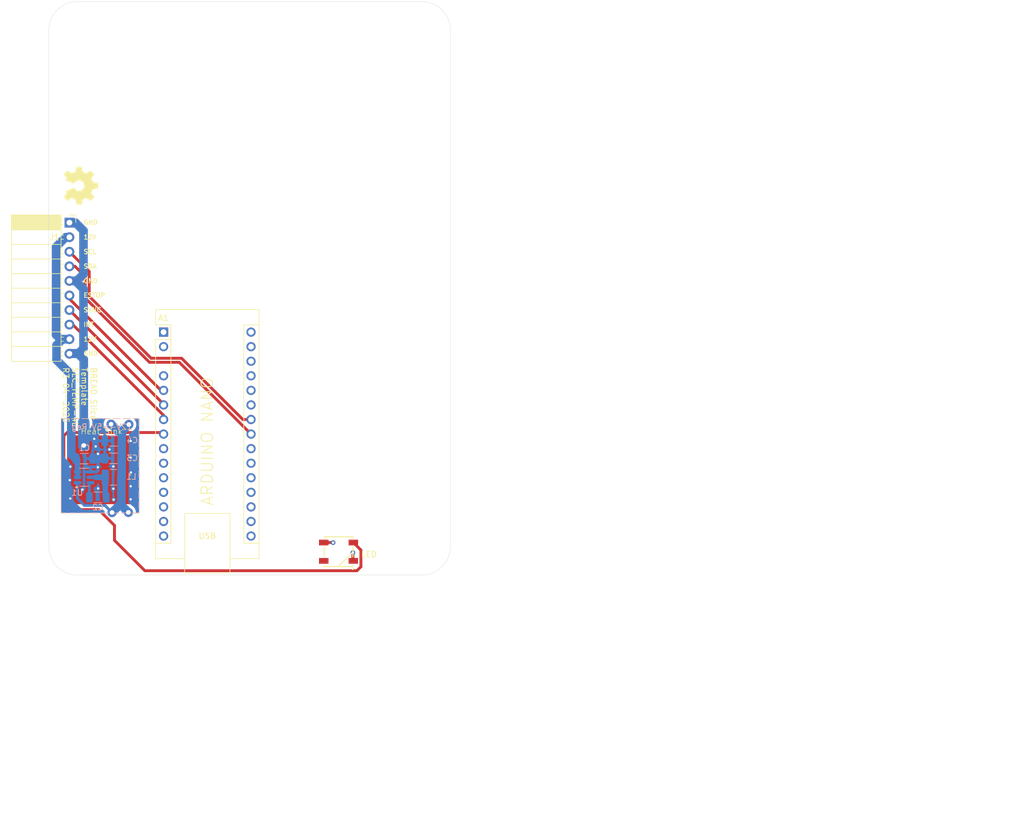
<source format=kicad_pcb>
(kicad_pcb (version 20241229) (generator "pcbnew") (generator_version "9.0")
  (layers (0 "F.Cu" signal) (4 "In1.Cu" signal) (6 "In2.Cu" signal) (2 "B.Cu" signal) (13 "F.Paste" user) (15 "B.Paste" user) (5 "F.SilkS" user "F.Silkscreen") (7 "B.SilkS" user "B.Silkscreen") (1 "F.Mask" user) (3 "B.Mask" user) (25 "Edge.Cuts" user))
  (net 0 "")
  (net 4 "/LED")
  (net 5 "/I2C_CLK")
  (net 6 "GND")
  (net 7 "/I2C_DAT")
  (net 9 "/SYNC")
  (net 16 "+12V")
  (net 17 "/INT")
  (net 19 "/ESTOP")
  (net 24 "+5V")
  (net 26 "Net-(U1-SW)")
  (net 27 "Net-(U1-BST)")
  (net 28 "unconnected-(A1-VIN-Pad30)")
  (net 33 "GNDPWR")
  (footprint "MountingHole:MountingHole_5mm" (layer "F.Cu") (at 101.475 38.55)
    (property "Reference" "H1" (hide yes))
    (property "Value" "MountingHole")
    (pad "" np_thru_hole circle (at 0 0) (size 5 5) (drill 5) (layers "*.Cu" "*.Mask"))
  )
  (footprint "MountingHole:MountingHole_5mm" (layer "F.Cu") (at 161.475 38.55)
    (property "Reference" "H3" (hide yes))
    (property "Value" "MountingHole")
    (pad "" np_thru_hole circle (at 0 0) (size 5 5) (drill 5) (layers "*.Cu" "*.Mask"))
  )
  (footprint "MountingHole:MountingHole_5mm" (layer "F.Cu") (at 101.475 128.55)
    (property "Reference" "H2" (hide yes))
    (property "Value" "MountingHole")
    (pad "" np_thru_hole circle (at 0 0) (size 5 5) (drill 5) (layers "*.Cu" "*.Mask"))
  )
  (footprint "MountingHole:MountingHole_5mm" (layer "F.Cu") (at 161.475 128.55)
    (property "Reference" "H4" (hide yes))
    (property "Value" "MountingHole")
    (pad "" np_thru_hole circle (at 0 0) (size 5 5) (drill 5) (layers "*.Cu" "*.Mask"))
  )
  (footprint "Module:Arduino_Nano" (layer "F.Cu") (at 116.485 91.19)
    (property "Reference" "A1" (at -0.035 -2.465 0) (layer "F.SilkS"))
    (property "Value" "Arduino_Nano_v3.x")
    (fp_line (start -1.4 -3.94) (end -1.4 -1.27) (stroke (width 0.12)) (layer "F.SilkS"))
    (fp_line (start -1.4 1.27) (end -1.4 39.5) (stroke (width 0.12)) (layer "F.SilkS"))
    (fp_line (start -1.4 39.5) (end 3.68 39.5) (stroke (width 0.12)) (layer "F.SilkS"))
    (fp_line (start 1.27 -1.27) (end -1.4 -1.27) (stroke (width 0.12)) (layer "F.SilkS"))
    (fp_line (start 1.27 1.27) (end -1.4 1.27) (stroke (width 0.12)) (layer "F.SilkS"))
    (fp_line (start 1.27 1.27) (end 1.27 -1.27) (stroke (width 0.12)) (layer "F.SilkS"))
    (fp_line (start 1.27 1.27) (end 1.27 36.83) (stroke (width 0.12)) (layer "F.SilkS"))
    (fp_line (start 1.27 36.83) (end -1.4 36.83) (stroke (width 0.12)) (layer "F.SilkS"))
    (fp_line (start 3.68 31.62) (end 11.56 31.62) (stroke (width 0.12)) (layer "F.SilkS"))
    (fp_line (start 3.68 42.04) (end 3.68 31.62) (stroke (width 0.12)) (layer "F.SilkS"))
    (fp_line (start 11.56 31.62) (end 11.56 42.04) (stroke (width 0.12)) (layer "F.SilkS"))
    (fp_line (start 11.56 42.04) (end 3.68 42.04) (stroke (width 0.12)) (layer "F.SilkS"))
    (fp_line (start 13.97 -1.27) (end 13.97 36.83) (stroke (width 0.12)) (layer "F.SilkS"))
    (fp_line (start 13.97 -1.27) (end 16.64 -1.27) (stroke (width 0.12)) (layer "F.SilkS"))
    (fp_line (start 13.97 36.83) (end 16.64 36.83) (stroke (width 0.12)) (layer "F.SilkS"))
    (fp_line (start 16.64 -3.94) (end -1.4 -3.94) (stroke (width 0.12)) (layer "F.SilkS"))
    (fp_line (start 16.64 39.5) (end 11.56 39.5) (stroke (width 0.12)) (layer "F.SilkS"))
    (fp_line (start 16.64 39.5) (end 16.64 -3.94) (stroke (width 0.12)) (layer "F.SilkS"))
    (fp_text user "USB" (at 7.62 35.56 0) (layer "F.SilkS"))
    (pad "1" thru_hole rect (at 0 0) (size 1.6 1.6) (drill 1) (layers "*.Cu" "*.Mask"))
    (pad "2" thru_hole oval (at 0 2.54) (size 1.6 1.6) (drill 1) (layers "*.Cu" "*.Mask"))
    (pad "4" thru_hole oval (at 0 7.62) (size 1.6 1.6) (drill 1) (layers "*.Cu" "*.Mask") (net 6 "GND"))
    (pad "5" thru_hole oval (at 0 10.16) (size 1.6 1.6) (drill 1) (layers "*.Cu" "*.Mask") (net 19 "/ESTOP"))
    (pad "6" thru_hole oval (at 0 12.7) (size 1.6 1.6) (drill 1) (layers "*.Cu" "*.Mask") (net 17 "/INT"))
    (pad "7" thru_hole oval (at 0 15.24) (size 1.6 1.6) (drill 1) (layers "*.Cu" "*.Mask") (net 9 "/SYNC"))
    (pad "8" thru_hole oval (at 0 17.78) (size 1.6 1.6) (drill 1) (layers "*.Cu" "*.Mask") (net 4 "/LED"))
    (pad "9" thru_hole oval (at 0 20.32) (size 1.6 1.6) (drill 1) (layers "*.Cu" "*.Mask"))
    (pad "10" thru_hole oval (at 0 22.86) (size 1.6 1.6) (drill 1) (layers "*.Cu" "*.Mask"))
    (pad "11" thru_hole oval (at 0 25.4) (size 1.6 1.6) (drill 1) (layers "*.Cu" "*.Mask"))
    (pad "12" thru_hole oval (at 0 27.94) (size 1.6 1.6) (drill 1) (layers "*.Cu" "*.Mask"))
    (pad "13" thru_hole oval (at 0 30.48) (size 1.6 1.6) (drill 1) (layers "*.Cu" "*.Mask"))
    (pad "14" thru_hole oval (at 0 33.02) (size 1.6 1.6) (drill 1) (layers "*.Cu" "*.Mask"))
    (pad "15" thru_hole oval (at 0 35.56) (size 1.6 1.6) (drill 1) (layers "*.Cu" "*.Mask"))
    (pad "16" thru_hole oval (at 15.24 35.56) (size 1.6 1.6) (drill 1) (layers "*.Cu" "*.Mask"))
    (pad "17" thru_hole oval (at 15.24 33.02) (size 1.6 1.6) (drill 1) (layers "*.Cu" "*.Mask"))
    (pad "18" thru_hole oval (at 15.24 30.48) (size 1.6 1.6) (drill 1) (layers "*.Cu" "*.Mask"))
    (pad "19" thru_hole oval (at 15.24 27.94) (size 1.6 1.6) (drill 1) (layers "*.Cu" "*.Mask"))
    (pad "20" thru_hole oval (at 15.24 25.4) (size 1.6 1.6) (drill 1) (layers "*.Cu" "*.Mask"))
    (pad "21" thru_hole oval (at 15.24 22.86) (size 1.6 1.6) (drill 1) (layers "*.Cu" "*.Mask"))
    (pad "22" thru_hole oval (at 15.24 20.32) (size 1.6 1.6) (drill 1) (layers "*.Cu" "*.Mask"))
    (pad "23" thru_hole oval (at 15.24 17.78) (size 1.6 1.6) (drill 1) (layers "*.Cu" "*.Mask") (net 7 "/I2C_DAT"))
    (pad "24" thru_hole oval (at 15.24 15.24) (size 1.6 1.6) (drill 1) (layers "*.Cu" "*.Mask") (net 5 "/I2C_CLK"))
    (pad "25" thru_hole oval (at 15.24 12.7) (size 1.6 1.6) (drill 1) (layers "*.Cu" "*.Mask"))
    (pad "26" thru_hole oval (at 15.24 10.16) (size 1.6 1.6) (drill 1) (layers "*.Cu" "*.Mask"))
    (pad "27" thru_hole oval (at 15.24 7.62) (size 1.6 1.6) (drill 1) (layers "*.Cu" "*.Mask") (net 24 "+5V"))
    (pad "28" thru_hole oval (at 15.24 5.08) (size 1.6 1.6) (drill 1) (layers "*.Cu" "*.Mask"))
    (pad "29" thru_hole oval (at 15.24 2.54) (size 1.6 1.6) (drill 1) (layers "*.Cu" "*.Mask") (net 6 "GND"))
    (pad "30" thru_hole oval (at 15.24 0) (size 1.6 1.6) (drill 1) (layers "*.Cu" "*.Mask") (net 28 "unconnected-(A1-VIN-Pad30)"))
  )
  (footprint "Connector_PinSocket_2.54mm:PinSocket_1x10_P2.54mm_Horizontal" (layer "F.Cu") (at 100.075 72.1)
    (property "Reference" "J1" (at -2.6 2.55 0) (layer "F.SilkS"))
    (property "Value" "Conn_01x10_Female")
    (fp_line (start -10.09 -1.33) (end -10.09 24.19) (stroke (width 0.12)) (layer "F.SilkS"))
    (fp_line (start -10.09 -1.33) (end -1.46 -1.33) (stroke (width 0.12)) (layer "F.SilkS"))
    (fp_line (start -10.09 -1.21) (end -1.46 -1.21) (stroke (width 0.12)) (layer "F.SilkS"))
    (fp_line (start -10.09 -1.091905) (end -1.46 -1.091905) (stroke (width 0.12)) (layer "F.SilkS"))
    (fp_line (start -10.09 -0.97381) (end -1.46 -0.97381) (stroke (width 0.12)) (layer "F.SilkS"))
    (fp_line (start -10.09 -0.855715) (end -1.46 -0.855715) (stroke (width 0.12)) (layer "F.SilkS"))
    (fp_line (start -10.09 -0.73762) (end -1.46 -0.73762) (stroke (width 0.12)) (layer "F.SilkS"))
    (fp_line (start -10.09 -0.619525) (end -1.46 -0.619525) (stroke (width 0.12)) (layer "F.SilkS"))
    (fp_line (start -10.09 -0.50143) (end -1.46 -0.50143) (stroke (width 0.12)) (layer "F.SilkS"))
    (fp_line (start -10.09 -0.383335) (end -1.46 -0.383335) (stroke (width 0.12)) (layer "F.SilkS"))
    (fp_line (start -10.09 -0.26524) (end -1.46 -0.26524) (stroke (width 0.12)) (layer "F.SilkS"))
    (fp_line (start -10.09 -0.147145) (end -1.46 -0.147145) (stroke (width 0.12)) (layer "F.SilkS"))
    (fp_line (start -10.09 -0.02905) (end -1.46 -0.02905) (stroke (width 0.12)) (layer "F.SilkS"))
    (fp_line (start -10.09 0.089045) (end -1.46 0.089045) (stroke (width 0.12)) (layer "F.SilkS"))
    (fp_line (start -10.09 0.20714) (end -1.46 0.20714) (stroke (width 0.12)) (layer "F.SilkS"))
    (fp_line (start -10.09 0.325235) (end -1.46 0.325235) (stroke (width 0.12)) (layer "F.SilkS"))
    (fp_line (start -10.09 0.44333) (end -1.46 0.44333) (stroke (width 0.12)) (layer "F.SilkS"))
    (fp_line (start -10.09 0.561425) (end -1.46 0.561425) (stroke (width 0.12)) (layer "F.SilkS"))
    (fp_line (start -10.09 0.67952) (end -1.46 0.67952) (stroke (width 0.12)) (layer "F.SilkS"))
    (fp_line (start -10.09 0.797615) (end -1.46 0.797615) (stroke (width 0.12)) (layer "F.SilkS"))
    (fp_line (start -10.09 0.91571) (end -1.46 0.91571) (stroke (width 0.12)) (layer "F.SilkS"))
    (fp_line (start -10.09 1.033805) (end -1.46 1.033805) (stroke (width 0.12)) (layer "F.SilkS"))
    (fp_line (start -10.09 1.1519) (end -1.46 1.1519) (stroke (width 0.12)) (layer "F.SilkS"))
    (fp_line (start -10.09 1.27) (end -1.46 1.27) (stroke (width 0.12)) (layer "F.SilkS"))
    (fp_line (start -10.09 3.81) (end -1.46 3.81) (stroke (width 0.12)) (layer "F.SilkS"))
    (fp_line (start -10.09 6.35) (end -1.46 6.35) (stroke (width 0.12)) (layer "F.SilkS"))
    (fp_line (start -10.09 8.89) (end -1.46 8.89) (stroke (width 0.12)) (layer "F.SilkS"))
    (fp_line (start -10.09 11.43) (end -1.46 11.43) (stroke (width 0.12)) (layer "F.SilkS"))
    (fp_line (start -10.09 13.97) (end -1.46 13.97) (stroke (width 0.12)) (layer "F.SilkS"))
    (fp_line (start -10.09 16.51) (end -1.46 16.51) (stroke (width 0.12)) (layer "F.SilkS"))
    (fp_line (start -10.09 19.05) (end -1.46 19.05) (stroke (width 0.12)) (layer "F.SilkS"))
    (fp_line (start -10.09 21.59) (end -1.46 21.59) (stroke (width 0.12)) (layer "F.SilkS"))
    (fp_line (start -10.09 24.19) (end -1.46 24.19) (stroke (width 0.12)) (layer "F.SilkS"))
    (fp_line (start -1.46 -1.33) (end -1.46 24.19) (stroke (width 0.12)) (layer "F.SilkS"))
    (fp_line (start -1.46 -0.36) (end -1.11 -0.36) (stroke (width 0.12)) (layer "F.SilkS"))
    (fp_line (start -1.46 0.36) (end -1.11 0.36) (stroke (width 0.12)) (layer "F.SilkS"))
    (fp_line (start -1.46 2.18) (end -1.05 2.18) (stroke (width 0.12)) (layer "F.SilkS"))
    (fp_line (start -1.46 2.9) (end -1.05 2.9) (stroke (width 0.12)) (layer "F.SilkS"))
    (fp_line (start -1.46 4.72) (end -1.05 4.72) (stroke (width 0.12)) (layer "F.SilkS"))
    (fp_line (start -1.46 5.44) (end -1.05 5.44) (stroke (width 0.12)) (layer "F.SilkS"))
    (fp_line (start -1.46 7.26) (end -1.05 7.26) (stroke (width 0.12)) (layer "F.SilkS"))
    (fp_line (start -1.46 7.98) (end -1.05 7.98) (stroke (width 0.12)) (layer "F.SilkS"))
    (fp_line (start -1.46 9.8) (end -1.05 9.8) (stroke (width 0.12)) (layer "F.SilkS"))
    (fp_line (start -1.46 10.52) (end -1.05 10.52) (stroke (width 0.12)) (layer "F.SilkS"))
    (fp_line (start -1.46 12.34) (end -1.05 12.34) (stroke (width 0.12)) (layer "F.SilkS"))
    (fp_line (start -1.46 13.06) (end -1.05 13.06) (stroke (width 0.12)) (layer "F.SilkS"))
    (fp_line (start -1.46 14.88) (end -1.05 14.88) (stroke (width 0.12)) (layer "F.SilkS"))
    (fp_line (start -1.46 15.6) (end -1.05 15.6) (stroke (width 0.12)) (layer "F.SilkS"))
    (fp_line (start -1.46 17.42) (end -1.05 17.42) (stroke (width 0.12)) (layer "F.SilkS"))
    (fp_line (start -1.46 18.14) (end -1.05 18.14) (stroke (width 0.12)) (layer "F.SilkS"))
    (fp_line (start -1.46 19.96) (end -1.05 19.96) (stroke (width 0.12)) (layer "F.SilkS"))
    (fp_line (start -1.46 20.68) (end -1.05 20.68) (stroke (width 0.12)) (layer "F.SilkS"))
    (fp_line (start -1.46 22.5) (end -1.05 22.5) (stroke (width 0.12)) (layer "F.SilkS"))
    (fp_line (start -1.46 23.22) (end -1.05 23.22) (stroke (width 0.12)) (layer "F.SilkS"))
    (fp_line (start 0 -1.33) (end 1.11 -1.33) (stroke (width 0.12)) (layer "F.SilkS"))
    (fp_line (start 1.11 -1.33) (end 1.11 0) (stroke (width 0.12)) (layer "F.SilkS"))
    (pad "1" thru_hole rect (at 0 0) (size 1.7 1.7) (drill 1) (layers "*.Cu" "*.Mask") (net 33 "GNDPWR"))
    (pad "2" thru_hole oval (at 0 2.54) (size 1.7 1.7) (drill 1) (layers "*.Cu" "*.Mask") (net 16 "+12V"))
    (pad "3" thru_hole oval (at 0 5.08) (size 1.7 1.7) (drill 1) (layers "*.Cu" "*.Mask") (net 5 "/I2C_CLK"))
    (pad "4" thru_hole oval (at 0 7.62) (size 1.7 1.7) (drill 1) (layers "*.Cu" "*.Mask") (net 7 "/I2C_DAT"))
    (pad "5" thru_hole oval (at 0 10.16) (size 1.7 1.7) (drill 1) (layers "*.Cu" "*.Mask") (net 33 "GNDPWR"))
    (pad "6" thru_hole oval (at 0 12.7) (size 1.7 1.7) (drill 1) (layers "*.Cu" "*.Mask") (net 19 "/ESTOP"))
    (pad "7" thru_hole oval (at 0 15.24) (size 1.7 1.7) (drill 1) (layers "*.Cu" "*.Mask") (net 17 "/INT"))
    (pad "8" thru_hole oval (at 0 17.78) (size 1.7 1.7) (drill 1) (layers "*.Cu" "*.Mask") (net 9 "/SYNC"))
    (pad "9" thru_hole oval (at 0 20.32) (size 1.7 1.7) (drill 1) (layers "*.Cu" "*.Mask") (net 16 "+12V"))
    (pad "10" thru_hole oval (at 0 22.86) (size 1.7 1.7) (drill 1) (layers "*.Cu" "*.Mask") (net 33 "GNDPWR"))
  )
  (footprint "Symbol:OSHW-Symbol_6.7x6mm_SilkScreen" (layer "F.Cu") (at 102.075 65.65 -90)
    (property "Reference" "Logo1" (hide yes))
    (property "Value" "Logo_Open_Hardware_Small" (hide yes))
    (fp_poly (pts (xy 0.555814 -2.531069) (xy 0.639635 -2.086445) (xy 0.94892 -1.958947) (xy 1.258206 -1.831449) (xy 1.629246 -2.083754) (xy 1.733157 -2.154004) (xy 1.827087 -2.216728) (xy 1.906652 -2.269062) (xy 1.96747 -2.308143) (xy 2.005157 -2.331107) (xy 2.015421 -2.336058) (xy 2.03391 -2.323324) (xy 2.07342 -2.288118) (xy 2.129522 -2.234938) (xy 2.197787 -2.168282) (xy 2.273786 -2.092646) (xy 2.353092 -2.012528) (xy 2.431275 -1.932426) (xy 2.503907 -1.856836) (xy 2.566559 -1.790255) (xy 2.614803 -1.737182) (xy 2.64421 -1.702113) (xy 2.651241 -1.690377) (xy 2.641123 -1.66874) (xy 2.612759 -1.621338) (xy 2.569129 -1.552807) (xy 2.513218 -1.467785) (xy 2.448006 -1.370907) (xy 2.410219 -1.31565) (xy 2.341343 -1.214752) (xy 2.28014 -1.123701) (xy 2.229578 -1.04703) (xy 2.192628 -0.989272) (xy 2.172258 -0.954957) (xy 2.169197 -0.947746) (xy 2.176136 -0.927252) (xy 2.195051 -0.879487) (xy 2.223087 -0.811168) (xy 2.257391 -0.729011) (xy 2.295109 -0.63973) (xy 2.333387 -0.550042) (xy 2.36937 -0.466662) (xy 2.400206 -0.396306) (xy 2.423039 -0.34569) (xy 2.435017 -0.321529) (xy 2.435724 -0.320578) (xy 2.454531 -0.315964) (xy 2.504618 -0.305672) (xy 2.580793 -0.290713) (xy 2.677865 -0.272099) (xy 2.790643 -0.250841) (xy 2.856442 -0.238582) (xy 2.97695 -0.215638) (xy 3.085797 -0.193805) (xy 3.177476 -0.174278) (xy 3.246481 -0.158252) (xy 3.287304 -0.146921) (xy 3.295511 -0.143326) (xy 3.303548 -0.118994) (xy 3.310033 -0.064041) (xy 3.31497 0.015108) (xy 3.318364 0.112026) (xy 3.320218 0.220287) (xy 3.320538 0.333465) (xy 3.319327 0.445135) (xy 3.31659 0.548868) (xy 3.312331 0.638241) (xy 3.306555 0.706826) (xy 3.299267 0.748197) (xy 3.294895 0.75681) (xy 3.268764 0.767133) (xy 3.213393 0.781892) (xy 3.136107 0.799352) (xy 3.04423 0.81778) (xy 3.012158 0.823741) (xy 2.857524 0.852066) (xy 2.735375 0.874876) (xy 2.641673 0.89308) (xy 2.572384 0.907583) (xy 2.523471 0.919292) (xy 2.490897 0.929115) (xy 2.470628 0.937956) (xy 2.458626 0.946724) (xy 2.456947 0.948457) (xy 2.440184 0.976371) (xy 2.414614 1.030695) (xy 2.382788 1.104777) (xy 2.34726 1.191965) (xy 2.310583 1.285608) (xy 2.275311 1.379052) (xy 2.243996 1.465647) (xy 2.219193 1.53874) (xy 2.203454 1.591678) (xy 2.199332 1.617811) (xy 2.199676 1.618726) (xy 2.213641 1.640086) (xy 2.245322 1.687084) (xy 2.291391 1.754827) (xy 2.348518 1.838423) (xy 2.413373 1.932982) (xy 2.431843 1.959854) (xy 2.497699 2.057275) (xy 2.55565 2.146163) (xy 2.602538 2.221412) (xy 2.635207 2.27792) (xy 2.6505 2.310581) (xy 2.651241 2.314593) (xy 2.638392 2.335684) (xy 2.602888 2.377464) (xy 2.549293 2.435445) (xy 2.482171 2.505135) (xy 2.406087 2.582045) (xy 2.325604 2.661683) (xy 2.245287 2.739561) (xy 2.169699 2.811186) (xy 2.103405 2.87207) (xy 2.050969 2.917721) (xy 2.016955 2.94365) (xy 2.007545 2.947883) (xy 1.985643 2.937912) (xy 1.9408 2.91102) (xy 1.880321 2.871736) (xy 1.833789 2.840117) (xy 1.749475 2.782098) (xy 1.649626 2.713784) (xy 1.549473 2.645579) (xy 1.495627 2.609075) (xy 1.313371 2.4858) (xy 1.160381 2.56852) (xy 1.090682 2.604759) (xy 1.031414 2.632926) (xy 0.991311 2.648991) (xy 0.981103 2.651226) (xy 0.968829 2.634722) (xy 0.944613 2.588082) (xy 0.910263 2.515609) (xy 0.867588 2.421606) (xy 0.818394 2.310374) (xy 0.76449 2.186215) (xy 0.707684 2.053432) (xy 0.649782 1.916327) (xy 0.592593 1.779202) (xy 0.537924 1.646358) (xy 0.487584 1.522098) (xy 0.44338 1.410725) (xy 0.407119 1.316539) (xy 0.380609 1.243844) (xy 0.365658 1.196941) (xy 0.363254 1.180833) (xy 0.382311 1.160286) (xy 0.424036 1.126933) (xy 0.479706 1.087702) (xy 0.484378 1.084599) (xy 0.628264 0.969423) (xy 0.744283 0.835053) (xy 0.83143 0.685784) (xy 0.888699 0.525913) (xy 0.915086 0.359737) (xy 0.909585 0.191552) (xy 0.87119 0.025655) (xy 0.798895 -0.133658) (xy 0.777626 -0.168513) (xy 0.666996 -0.309263) (xy 0.536302 -0.422286) (xy 0.390064 -0.506997) (xy 0.232808 -0.562806) (xy 0.069057 -0.589126) (xy -0.096667 -0.58537) (xy -0.259838 -0.55095) (xy -0.415935 -0.485277) (xy -0.560433 -0.387765) (xy -0.605131 -0.348187) (xy -0.718888 -0.224297) (xy -0.801782 -0.093876) (xy -0.858644 0.052315) (xy -0.890313 0.197088) (xy -0.898131 0.35986) (xy -0.872062 0.52344) (xy -0.814755 0.682298) (xy -0.728856 0.830906) (xy -0.617014 0.963735) (xy -0.481877 1.075256) (xy -0.464117 1.087011) (xy -0.40785 1.125508) (xy -0.365077 1.158863) (xy -0.344628 1.18016) (xy -0.344331 1.180833) (xy -0.348721 1.203871) (xy -0.366124 1.256157) (xy -0.394732 1.33339) (xy -0.432735 1.431268) (xy -0.478326 1.545491) (xy -0.529697 1.671758) (xy -0.585038 1.805767) (xy -0.642542 1.943218) (xy -0.700399 2.079808) (xy -0.756802 2.211237) (xy -0.809942 2.333205) (xy -0.85801 2.441409) (xy -0.899199 2.531549) (xy -0.931699 2.599323) (xy -0.953703 2.64043) (xy -0.962564 2.651226) (xy -0.98964 2.642819) (xy -1.040303 2.620272) (xy -1.105817 2.587613) (xy -1.141841 2.56852) (xy -1.294832 2.4858) (xy -1.477088 2.609075) (xy -1.570125 2.672228) (xy -1.671985 2.741727) (xy -1.767438 2.807165) (xy -1.81525 2.840117) (xy -1.882495 2.885273) (xy -1.939436 2.921057) (xy -1.978646 2.942938) (xy -1.991381 2.947563) (xy -2.009917 2.935085) (xy -2.050941 2.900252) (xy -2.110475 2.846678) (xy -2.184542 2.777983) (xy -2.269165 2.697781) (xy -2.322685 2.646286) (xy -2.416319 2.554286) (xy -2.497241 2.471999) (xy -2.562177 2.402945) (xy -2.607858 2.350644) (xy -2.631011 2.318616) (xy -2.633232 2.312116) (xy -2.622924 2.287394) (xy -2.594439 2.237405) (xy -2.550937 2.167212) (xy -2.495577 2.081875) (xy -2.43152 1.986456) (xy -2.413303 1.959854) (xy -2.346927 1.863167) (xy -2.287378 1.776117) (xy -2.237984 1.703595) (xy -2.202075 1.650493) (xy -2.182981 1.621703) (xy -2.181136 1.618726) (xy -2.183895 1.595782) (xy -2.198538 1.545336) (xy -2.222513 1.474041) (xy -2.253266 1.388547) (xy -2.288244 1.295507) (xy -2.324893 1.201574) (xy -2.360661 1.113399) (xy -2.392994 1.037634) (xy -2.419338 0.980931) (xy -2.437142 0.949943) (xy -2.438407 0.948457) (xy -2.449294 0.939601) (xy -2.467682 0.930843) (xy -2.497606 0.921277) (xy -2.543103 0.909996) (xy -2.608209 0.896093) (xy -2.696961 0.878663) (xy -2.813393 0.856798) (xy -2.961542 0.829591) (xy -2.993618 0.823741) (xy -3.088686 0.805374) (xy -3.171565 0.787405) (xy -3.23493 0.771569) (xy -3.271458 0.7596) (xy -3.276356 0.75681) (xy -3.284427 0.732072) (xy -3.290987 0.67679) (xy -3.296033 0.597389) (xy -3.299559 0.500296) (xy -3.301561 0.391938) (xy -3.302036 0.27874) (xy -3.300977 0.167128) (xy -3.298382 0.063529) (xy -3.294246 -0.025632) (xy -3.288563 -0.093928) (xy -3.281331 -0.134934) (xy -3.276971 -0.143326) (xy -3.252698 -0.151792) (xy -3.197426 -0.165565) (xy -3.116662 -0.18345) (xy -3.015912 -0.204252) (xy -2.900683 -0.226777) (xy -2.837902 -0.238582) (xy -2.718787 -0.260849) (xy -2.612565 -0.281021) (xy -2.524427 -0.298085) (xy -2.459566 -0.311031) (xy -2.423174 -0.318845) (xy -2.417184 -0.320578) (xy -2.407061 -0.34011) (xy -2.385662 -0.387157) (xy -2.355839 -0.454997) (xy -2.320445 -0.536909) (xy -2.282332 -0.626172) (xy -2.244353 -0.716065) (xy -2.20936 -0.799865) (xy -2.180206 -0.870853) (xy -2.159743 -0.922306) (xy -2.150823 -0.947503) (xy -2.150657 -0.948604) (xy -2.160769 -0.968481) (xy -2.189117 -1.014223) (xy -2.232723 -1.081283) (xy -2.288606 -1.165116) (xy -2.353787 -1.261174) (xy -2.391679 -1.31635) (xy -2.460725 -1.417519) (xy -2.52205 -1.50937) (xy -2.572663 -1.587256) (xy -2.609571 -1.646531) (xy -2.629782 -1.682549) (xy -2.632701 -1.690623) (xy -2.620153 -1.709416) (xy -2.585463 -1.749543) (xy -2.533063 -1.806507) (xy -2.467384 -1.875815) (xy -2.392856 -1.952969) (xy -2.313913 -2.033475) (xy -2.234983 -2.112837) (xy -2.1605 -2.18656) (xy -2.094894 -2.250148) (xy -2.042596 -2.299106) (xy -2.008039 -2.328939) (xy -1.996478 -2.336058) (xy -1.977654 -2.326047) (xy -1.932631 -2.297922) (xy -1.865787 -2.254546) (xy -1.781499 -2.198782) (xy -1.684144 -2.133494) (xy -1.610707 -2.083754) (xy -1.239667 -1.831449) (xy -0.621095 -2.086445) (xy -0.537275 -2.531069) (xy -0.453454 -2.975693) (xy 0.471994 -2.975693) (xy 0.555814 -2.531069)) (stroke (width 0.01)) (fill yes) (layer "F.SilkS"))
  )
  (footprint "SparkFun-LED:WS2812-5050-4PIN" (layer "F.Cu") (at 146.975 129.482769)
    (property "Reference" "D1")
    (property "Value" "WS2812B_5050")
    (fp_line (start -2.5 -2.6) (end 2.5 -2.6) (stroke (width 0.1778)) (layer "F.SilkS"))
    (fp_line (start -2.5 -2.4) (end -2.5 -2.6) (stroke (width 0.1778)) (layer "F.SilkS"))
    (fp_line (start -2.5 0.9) (end -2.5 -0.8) (stroke (width 0.1778)) (layer "F.SilkS"))
    (fp_line (start -2.5 2.4) (end -2.5 2.6) (stroke (width 0.1778)) (layer "F.SilkS"))
    (fp_line (start -2.5 2.6) (end 2.5 2.6) (stroke (width 0.1778)) (layer "F.SilkS"))
    (fp_line (start 2.5 -2.6) (end 2.5 -2.4) (stroke (width 0.1778)) (layer "F.SilkS"))
    (fp_line (start 2.5 -0.9) (end 2.5 0.1) (stroke (width 0.1778)) (layer "F.SilkS"))
    (fp_line (start 2.5 0.1) (end -0.1 2.6) (stroke (width 0.1778)) (layer "F.SilkS"))
    (fp_line (start 2.5 0.1) (end 2.5 0.9) (stroke (width 0.1778)) (layer "F.SilkS"))
    (fp_line (start 2.5 2.6) (end 2.5 2.4) (stroke (width 0.1778)) (layer "F.SilkS"))
    (fp_circle (center 2.475 2.99375) (end 2.475 3.09375) (stroke (width 0.2)) (fill yes) (layer "F.SilkS"))
    (pad "1" smd rect (at -2.577 -1.6) (size 1.651 1) (layers "F.Cu" "F.Mask" "F.Paste") (net 24 "+5V"))
    (pad "2" smd rect (at -2.577 1.6) (size 1.651 1) (layers "F.Cu" "F.Mask" "F.Paste"))
    (pad "3" smd rect (at 2.577 1.6) (size 1.651 1) (layers "F.Cu" "F.Mask" "F.Paste") (net 6 "GND"))
    (pad "4" smd rect (at 2.577 -1.6) (size 1.651 1) (layers "F.Cu" "F.Mask" "F.Paste") (net 4 "/LED"))
  )
  (footprint "kml-custom:Thermal Pad" (layer "F.Cu") (at 105.675 115.2)
    (property "Reference" "HS1")
    (property "Value" "Heatsink_Pad")
    (fp_text user "Heat Sink" (at 0 -6.7 0) (layer "F.SilkS") (effects (font (thickness 0.1))))
    (pad "1" smd roundrect (at 0 0) (size 12 12) (layers "F.Cu" "F.Mask" "F.Paste") (roundrect_rratio 0.08333333333) (net 6 "GND"))
  )
  (footprint "NetTie:NetTie-2_SMD_Pad2.0mm" (layer "B.Cu") (at 102.575 108.95 90)
    (property "Reference" "NT1" (hide yes))
    (property "Value" "NetTie_2" (hide yes))
    (fp_poly (pts (xy -2 1) (xy 2 1) (xy 2 -1) (xy -2 -1)) (fill yes) (layer "B.Cu"))
    (pad "1" smd circle (at -2 0 90) (size 2 2) (layers "B.Cu") (net 6 "GND"))
    (pad "2" smd circle (at 2 0 90) (size 2 2) (layers "B.Cu") (net 33 "GNDPWR"))
  )
  (footprint "Capacitor_SMD:C_1206_3216Metric" (layer "B.Cu") (at 102.675 113.25 180)
    (property "Reference" "C1" (at 0 1.85 180) (layer "B.SilkS") (effects (justify mirror)))
    (property "Value" "22uF")
    (fp_line (start 0.711252 0.91) (end -0.711252 0.91) (stroke (width 0.12)) (layer "B.SilkS"))
    (fp_line (start 0.711252 -0.91) (end -0.711252 -0.91) (stroke (width 0.12)) (layer "B.SilkS"))
    (pad "1" smd roundrect (at -1.475 0 180) (size 1.15 1.8) (layers "B.Cu" "B.Mask" "B.Paste") (roundrect_rratio 0.217391) (net 6 "GND"))
    (pad "2" smd roundrect (at 1.475 0 180) (size 1.15 1.8) (layers "B.Cu" "B.Mask" "B.Paste") (roundrect_rratio 0.217391) (net 16 "+12V"))
  )
  (footprint "Package_TO_SOT_SMD:TSOT-23-6" (layer "B.Cu") (at 102.625 116.505)
    (property "Reference" "U1" (at -1.2 2.695 0) (layer "B.SilkS") (effects (justify mirror)))
    (property "Value" "AP63205")
    (fp_line (start -0.8 -1.56) (end 0 -1.56) (stroke (width 0.12)) (layer "B.SilkS"))
    (fp_line (start -0.8 1.56) (end 0 1.56) (stroke (width 0.12)) (layer "B.SilkS"))
    (fp_line (start 0.8 -1.56) (end 0 -1.56) (stroke (width 0.12)) (layer "B.SilkS"))
    (fp_line (start 0.8 1.56) (end 0 1.56) (stroke (width 0.12)) (layer "B.SilkS"))
    (fp_poly (pts (xy -1.3 1.51) (xy -1.54 1.84) (xy -1.06 1.84) (xy -1.3 1.51)) (stroke (width 0.12)) (fill yes) (layer "B.SilkS"))
    (pad "1" smd roundrect (at -1.1375 0.95) (size 1.325 0.6) (layers "B.Cu" "B.Mask" "B.Paste") (net 24 "+5V"))
    (pad "2" smd roundrect (at -1.1375 0) (size 1.325 0.6) (layers "B.Cu" "B.Mask" "B.Paste") (net 16 "+12V"))
    (pad "3" smd roundrect (at -1.1375 -0.95) (size 1.325 0.6) (layers "B.Cu" "B.Mask" "B.Paste") (net 16 "+12V"))
    (pad "4" smd roundrect (at 1.1375 -0.95) (size 1.325 0.6) (layers "B.Cu" "B.Mask" "B.Paste") (net 6 "GND"))
    (pad "5" smd roundrect (at 1.1375 0) (size 1.325 0.6) (layers "B.Cu" "B.Mask" "B.Paste") (net 26 "Net-(U1-SW)"))
    (pad "6" smd roundrect (at 1.1375 0.95) (size 1.325 0.6) (layers "B.Cu" "B.Mask" "B.Paste") (net 27 "Net-(U1-BST)"))
  )
  (footprint "Capacitor_SMD:C_1206_3216Metric" (layer "B.Cu") (at 105.025 120.005 180)
    (property "Reference" "C2" (at 0 -1.745 180) (layer "B.SilkS") (effects (justify mirror)))
    (property "Value" "100nF")
    (fp_line (start 0.711252 0.91) (end -0.711252 0.91) (stroke (width 0.12)) (layer "B.SilkS"))
    (fp_line (start 0.711252 -0.91) (end -0.711252 -0.91) (stroke (width 0.12)) (layer "B.SilkS"))
    (pad "1" smd roundrect (at -1.475 0 180) (size 1.15 1.8) (layers "B.Cu" "B.Mask" "B.Paste") (roundrect_rratio 0.217391) (net 26 "Net-(U1-SW)"))
    (pad "2" smd roundrect (at 1.475 0 180) (size 1.15 1.8) (layers "B.Cu" "B.Mask" "B.Paste") (roundrect_rratio 0.217391) (net 27 "Net-(U1-BST)"))
  )
  (footprint "Capacitor_SMD:C_1206_3216Metric" (layer "B.Cu") (at 107.725 113.205)
    (property "Reference" "C3" (at 3.3 -0.055 0) (layer "B.SilkS") (effects (justify mirror)))
    (property "Value" "22uF")
    (fp_line (start 0.711252 -0.91) (end -0.711252 -0.91) (stroke (width 0.12)) (layer "B.SilkS"))
    (fp_line (start 0.711252 0.91) (end -0.711252 0.91) (stroke (width 0.12)) (layer "B.SilkS"))
    (pad "1" smd roundrect (at -1.475 0) (size 1.15 1.8) (layers "B.Cu" "B.Mask" "B.Paste") (roundrect_rratio 0.217391) (net 6 "GND"))
    (pad "2" smd roundrect (at 1.475 0) (size 1.15 1.8) (layers "B.Cu" "B.Mask" "B.Paste") (roundrect_rratio 0.217391) (net 24 "+5V"))
  )
  (footprint "Capacitor_SMD:C_1206_3216Metric" (layer "B.Cu") (at 107.725 110.15)
    (property "Reference" "C4" (at 3.3 -0.105 0) (layer "B.SilkS") (effects (justify mirror)))
    (property "Value" "22uF")
    (fp_line (start 0.711252 -0.91) (end -0.711252 -0.91) (stroke (width 0.12)) (layer "B.SilkS"))
    (fp_line (start 0.711252 0.91) (end -0.711252 0.91) (stroke (width 0.12)) (layer "B.SilkS"))
    (pad "1" smd roundrect (at -1.475 0) (size 1.15 1.8) (layers "B.Cu" "B.Mask" "B.Paste") (roundrect_rratio 0.217391) (net 6 "GND"))
    (pad "2" smd roundrect (at 1.475 0) (size 1.15 1.8) (layers "B.Cu" "B.Mask" "B.Paste") (roundrect_rratio 0.217391) (net 24 "+5V"))
  )
  (footprint "Inductor_SMD:L_1210_3225Metric" (layer "B.Cu") (at 107.725 116.505)
    (property "Reference" "L1" (at 3.15 -0.105 0) (layer "B.SilkS") (effects (justify mirror)))
    (property "Value" "4.7uH")
    (fp_line (start 0.602064 -1.36) (end -0.602064 -1.36) (stroke (width 0.12)) (layer "B.SilkS"))
    (fp_line (start 0.602064 1.36) (end -0.602064 1.36) (stroke (width 0.12)) (layer "B.SilkS"))
    (pad "1" smd roundrect (at -1.4 0) (size 1.25 2.65) (layers "B.Cu" "B.Mask" "B.Paste") (roundrect_rratio 0.2) (net 26 "Net-(U1-SW)"))
    (pad "2" smd roundrect (at 1.4 0) (size 1.25 2.65) (layers "B.Cu" "B.Mask" "B.Paste") (roundrect_rratio 0.2) (net 24 "+5V"))
  )
  (gr_rect (start 98.625 106.266) (end 112.225 122.734) (stroke (width 0.12) (type dash)) (fill no) (layer "B.SilkS"))
  (gr_line (start 166.475 38.55) (end 166.475 88.55) (stroke (width 0.05)) (layer "Edge.Cuts"))
  (gr_arc (start 161.475 33.55) (mid 165.010534 35.014466) (end 166.475 38.55) (stroke (width 0.05)) (layer "Edge.Cuts"))
  (gr_arc (start 166.475 128.55) (mid 165.010534 132.085534) (end 161.475 133.55) (stroke (width 0.05)) (layer "Edge.Cuts"))
  (gr_line (start 126.475 33.55) (end 161.475 33.55) (stroke (width 0.05)) (layer "Edge.Cuts"))
  (gr_arc (start 96.475 38.55) (mid 97.939466 35.014466) (end 101.475 33.55) (stroke (width 0.05)) (layer "Edge.Cuts"))
  (gr_line (start 166.475 88.55) (end 166.475 128.55) (stroke (width 0.05)) (layer "Edge.Cuts"))
  (gr_line (start 96.475 128.55) (end 96.475 38.55) (stroke (width 0.05)) (layer "Edge.Cuts"))
  (gr_line (start 101.475 33.55) (end 126.475 33.55) (stroke (width 0.05)) (layer "Edge.Cuts"))
  (gr_arc (start 101.475 133.55) (mid 97.939466 132.085534) (end 96.475 128.55) (stroke (width 0.05)) (layer "Edge.Cuts"))
  (gr_line (start 101.475 133.55) (end 161.475 133.55) (stroke (width 0.05)) (layer "Edge.Cuts"))
  (gr_text "GND" (at 103.77119 82.272 0) (layer "F.SilkS") (effects (font (size 0.8 0.8))))
  (gr_text "LED" (at 152.275 129.95 0) (layer "F.SilkS") (effects (font (size 1 1))))
  (gr_text "12V" (at 103.656905 92.422 0) (layer "F.SilkS") (effects (font (size 0.8 0.8))))
  (gr_text "SYNC" (at 104.095 87.322 0) (layer "F.SilkS") (effects (font (size 0.8 0.8))))
  (gr_text "GND" (at 103.77119 94.922 0) (layer "F.SilkS") (effects (font (size 0.8 0.8))))
  (gr_text "BREAD Slice\nTemplate\nSLC_TEMP-4L\nR3 04-2025" (at 101.875 97.25 270) (layer "F.SilkS") (effects (font (size 1 1)) (justify left)))
  (gr_text "GND" (at 103.77119 72.072 0) (layer "F.SilkS") (effects (font (size 0.8 0.8))))
  (gr_text "ESTOP" (at 104.418809 84.772 0) (layer "F.SilkS") (effects (font (size 0.8 0.8))))
  (gr_text "INT" (at 103.466428 89.872 0) (layer "F.SilkS") (effects (font (size 0.8 0.8))))
  (gr_text "SDA" (at 103.675952 79.722 0) (layer "F.SilkS") (effects (font (size 0.8 0.8))))
  (gr_text "SCL" (at 103.656905 77.172 0) (layer "F.SilkS") (effects (font (size 0.8 0.8))))
  (gr_text "ARDUINO NANO" (at 124.095 110.24 90) (layer "F.SilkS") (effects (font (size 2 2))))
  (gr_text "12V" (at 103.656905 74.622 0) (layer "F.SilkS") (effects (font (size 0.8 0.8))))
  (gr_text "12V->5V Reg" (at 105.725 108.305 0) (layer "B.SilkS") (effects (font (size 1 1)) (justify bottom mirror)))
  (segment (start 99.1 109.275) (end 99.675 108.7) (width 0.5) (layer "F.Cu") (net 4))
  (segment (start 116.215 108.7) (end 116.485 108.97) (width 0.5) (layer "F.Cu") (net 4))
  (segment (start 150.875 129.205769) (end 150.875 132.1) (width 0.5) (layer "F.Cu") (net 4))
  (segment (start 99.675 108.7) (end 116.215 108.7) (width 0.5) (layer "F.Cu") (net 4))
  (segment (start 105.175 122.15) (end 100.075 122.15) (width 0.5) (layer "F.Cu") (net 4))
  (segment (start 150.175 132.8) (end 113.227944 132.8) (width 0.5) (layer "F.Cu") (net 4))
  (segment (start 149.552 127.882769) (end 150.875 129.205769) (width 0.5) (layer "F.Cu") (net 4))
  (segment (start 99.1 121.175) (end 99.1 109.275) (width 0.5) (layer "F.Cu") (net 4))
  (segment (start 116.485 108.97) (end 116.565 108.97) (width 0.5) (layer "F.Cu") (net 4))
  (segment (start 107.925 124.9) (end 105.175 122.15) (width 0.5) (layer "F.Cu") (net 4))
  (segment (start 113.227944 132.8) (end 107.925 127.497056) (width 0.5) (layer "F.Cu") (net 4))
  (segment (start 107.925 127.497056) (end 107.925 124.9) (width 0.5) (layer "F.Cu") (net 4))
  (segment (start 150.875 132.1) (end 150.175 132.8) (width 0.5) (layer "F.Cu") (net 4))
  (segment (start 100.075 122.15) (end 99.1 121.175) (width 0.5) (layer "F.Cu") (net 4))
  (segment (start 119.625 95.75) (end 114.31495 95.75) (width 0.5) (layer "F.Cu") (net 5))
  (segment (start 103.525 84.96005) (end 103.525 80.63) (width 0.5) (layer "F.Cu") (net 5))
  (segment (start 131.725 106.43) (end 130.305 106.43) (width 0.5) (layer "F.Cu") (net 5))
  (segment (start 114.31495 95.75) (end 103.525 84.96005) (width 0.5) (layer "F.Cu") (net 5))
  (segment (start 103.525 80.63) (end 100.075 77.18) (width 0.5) (layer "F.Cu") (net 5))
  (segment (start 130.305 106.43) (end 119.625 95.75) (width 0.5) (layer "F.Cu") (net 5))
  (segment (start 149.475 129.65) (end 149.475 131.005769) (width 0.5) (layer "F.Cu") (net 6))
  (via (at 107.725 114.625) (size 0.8) (drill 0.4) (layers "F.Cu" "B.Cu") (net 6))
  (via (at 107.725 118.5) (size 0.8) (drill 0.4) (layers "F.Cu" "B.Cu") (net 6))
  (via (at 110.75 110.175) (size 0.8) (drill 0.4) (layers "F.Cu" "B.Cu") (net 6))
  (via (at 100.225 120.205) (size 0.8) (drill 0.4) (layers "F.Cu" "B.Cu") (net 6))
  (via (at 102.575 110.95) (size 1.6) (drill 0.8) (layers "F.Cu" "B.Cu") (net 6))
  (via (at 104.65 111.125) (size 0.8) (drill 0.4) (layers "F.Cu" "B.Cu") (net 6))
  (via (at 110.75 120.35) (size 0.8) (drill 0.4) (layers "F.Cu" "B.Cu") (net 6))
  (via (at 105.05 112.425) (size 0.8) (drill 0.4) (layers "F.Cu" "B.Cu") (net 6))
  (via (at 107.05 111.65) (size 0.8) (drill 0.4) (layers "F.Cu" "B.Cu") (net 6))
  (via (at 110.8 115.67) (size 0.8) (drill 0.4) (layers "F.Cu" "B.Cu") (net 6))
  (via (at 104.4 109.8) (size 0.8) (drill 0.4) (layers "F.Cu" "B.Cu") (net 6))
  (via (at 107.775 120.4) (size 0.8) (drill 0.4) (layers "F.Cu" "B.Cu") (net 6))
  (via (at 149.475 129.65) (size 0.8) (drill 0.4) (layers "F.Cu" "B.Cu") (net 6))
  (via (at 100.125 117) (size 0.8) (drill 0.4) (layers "F.Cu" "B.Cu") (net 6))
  (via (at 110.75 118.075) (size 0.8) (drill 0.4) (layers "F.Cu" "B.Cu") (net 6))
  (via (at 100.225 114.65) (size 0.8) (drill 0.4) (layers "F.Cu" "B.Cu") (net 6))
  (via (at 110.75 113.075) (size 0.8) (drill 0.4) (layers "F.Cu" "B.Cu") (net 6))
  (via (at 105.025 114.75) (size 0.8) (drill 0.4) (layers "F.Cu" "B.Cu") (net 6))
  (via (at 105.075 118.45) (size 0.8) (drill 0.4) (layers "F.Cu" "B.Cu") (net 6))
  (via (at 102.35 118.65) (size 0.8) (drill 0.4) (layers "F.Cu" "B.Cu") (net 6))
  (segment (start 103.7625 115.555) (end 102.675 115.555) (width 0.5) (layer "B.Cu") (net 6))
  (segment (start 102.675 115.555) (end 102.625 115.605) (width 0.5) (layer "B.Cu") (net 6))
  (segment (start 104.195 113.205) (end 106.25 113.205) (width 1.5) (layer "B.Cu") (net 6))
  (segment (start 104.98 114.705) (end 103.725 114.705) (width 0.5) (layer "B.Cu") (net 6))
  (segment (start 102.825 114.705) (end 102.625 114.905) (width 0.5) (layer "B.Cu") (net 6))
  (segment (start 102.625 118.375) (end 102.35 118.65) (width 0.5) (layer "B.Cu") (net 6))
  (segment (start 104.875 115.555) (end 105.025 115.405) (width 0.5) (layer "B.Cu") (net 6))
  (segment (start 103.725 115.5175) (end 103.7625 115.555) (width 0.5) (layer "B.Cu") (net 6))
  (segment (start 103.725 114.705) (end 102.825 114.705) (width 0.5) (layer "B.Cu") (net 6))
  (segment (start 105.025 113.205) (end 105.025 114.005) (width 0.5) (layer "B.Cu") (net 6))
  (segment (start 105.025 113.205) (end 105.025 112.505) (width 0.5) (layer "B.Cu") (net 6))
  (segment (start 102.625 115.605) (end 102.625 118.375) (width 0.5) (layer "B.Cu") (net 6))
  (segment (start 105.025 114.75) (end 104.98 114.705) (width 0.5) (layer "B.Cu") (net 6))
  (segment (start 102.625 114.905) (end 102.625 115.605) (width 0.5) (layer "B.Cu") (net 6))
  (segment (start 105.025 115.405) (end 105.025 114.005) (width 0.5) (layer "B.Cu") (net 6))
  (segment (start 104.15 113.25) (end 104.195 113.205) (width 1.5) (layer "B.Cu") (net 6))
  (segment (start 103.7625 115.555) (end 104.875 115.555) (width 0.5) (layer "B.Cu") (net 6))
  (segment (start 103.725 114.705) (end 103.725 115.5175) (width 0.5) (layer "B.Cu") (net 6))
  (segment (start 105.025 114.75) (end 105.025 114.005) (width 0.5) (layer "B.Cu") (net 6))
  (segment (start 119.205 96.45) (end 131.725 108.97) (width 0.5) (layer "F.Cu") (net 7))
  (segment (start 100.075 79.72) (end 101.045 79.72) (width 0.5) (layer "F.Cu") (net 7))
  (segment (start 102.825 85.25) (end 114.025 96.45) (width 0.5) (layer "F.Cu") (net 7))
  (segment (start 114.025 96.45) (end 119.205 96.45) (width 0.5) (layer "F.Cu") (net 7))
  (segment (start 101.045 79.72) (end 102.825 81.5) (width 0.5) (layer "F.Cu") (net 7))
  (segment (start 102.825 81.5) (end 102.825 85.25) (width 0.5) (layer "F.Cu") (net 7))
  (segment (start 116.485 105.71) (end 116.485 106.43) (width 0.5) (layer "F.Cu") (net 9))
  (segment (start 100.075 89.88) (end 100.655 89.88) (width 0.5) (layer "F.Cu") (net 9))
  (segment (start 100.655 89.88) (end 116.485 105.71) (width 0.5) (layer "F.Cu") (net 9))
  (segment (start 97.825 96.05) (end 100.4 98.625) (width 1.5) (layer "B.Cu") (net 16))
  (segment (start 100.4 112.45) (end 101.2 113.25) (width 1.5) (layer "B.Cu") (net 16))
  (segment (start 100.075 74.64) (end 99.435 74.64) (width 1.5) (layer "B.Cu") (net 16))
  (segment (start 98.88 92.42) (end 97.825 93.475) (width 1.5) (layer "B.Cu") (net 16))
  (segment (start 100.075 92.42) (end 98.88 92.42) (width 1.5) (layer "B.Cu") (net 16))
  (segment (start 101.4875 113.5375) (end 101.2 113.25) (width 1) (layer "B.Cu") (net 16))
  (segment (start 101.4875 115.555) (end 101.4875 116.455) (width 0.9) (layer "B.Cu") (net 16))
  (segment (start 101.4875 115.555) (end 101.4875 113.5375) (width 1) (layer "B.Cu") (net 16))
  (segment (start 98.495 92.42) (end 100.075 92.42) (width 1.5) (layer "B.Cu") (net 16))
  (segment (start 97.75 76.325) (end 97.75 91.675) (width 1.5) (layer "B.Cu") (net 16))
  (segment (start 100.4 98.625) (end 100.4 112.45) (width 1.5) (layer "B.Cu") (net 16))
  (segment (start 97.75 91.675) (end 98.495 92.42) (width 1.5) (layer "B.Cu") (net 16))
  (segment (start 97.825 93.475) (end 97.825 96.05) (width 1.5) (layer "B.Cu") (net 16))
  (segment (start 99.435 74.64) (end 97.75 76.325) (width 1.5) (layer "B.Cu") (net 16))
  (segment (start 100.075 87.34) (end 116.485 103.75) (width 0.5) (layer "F.Cu") (net 17))
  (segment (start 116.485 103.75) (end 116.485 103.89) (width 0.5) (layer "F.Cu") (net 17))
  (segment (start 116.025 101.35) (end 116.485 101.35) (width 0.5) (layer "F.Cu") (net 19))
  (segment (start 100.075 85.4) (end 116.025 101.35) (width 0.5) (layer "F.Cu") (net 19))
  (segment (start 100.075 84.8) (end 100.075 85.4) (width 0.5) (layer "F.Cu") (net 19))
  (segment (start 144.398 127.882769) (end 146.007769 127.882769) (width 0.5) (layer "F.Cu") (net 24))
  (segment (start 146.007769 127.882769) (end 146.025 127.9) (width 0.5) (layer "F.Cu") (net 24))
  (segment (start 144.407769 127.882769) (end 144.398 127.882769) (width 0.5) (layer "F.Cu") (net 24))
  (segment (start 131.705 98.81) (end 131.725 98.81) (width 1.5) (layer "F.Cu") (net 24))
  (via (at 110.35 122.625) (size 1.6) (drill 0.8) (layers "F.Cu" "B.Cu") (net 24))
  (via (at 110.425 107.3) (size 1.6) (drill 0.8) (layers "F.Cu" "B.Cu") (net 24))
  (via (at 107.5 122.65) (size 1.6) (drill 0.8) (layers "F.Cu" "B.Cu") (net 24))
  (via (at 107.325 107.25) (size 1.6) (drill 0.8) (layers "F.Cu" "B.Cu") (net 24))
  (via (at 146.025 127.9) (size 0.8) (drill 0.4) (layers "F.Cu" "B.Cu") (net 24))
  (segment (start 102.675 121.4) (end 101.4875 120.2125) (width 0.5) (layer "B.Cu") (net 24))
  (segment (start 110.35 122.625) (end 109.125 121.4) (width 1.5) (layer "B.Cu") (net 24))
  (segment (start 109.175 110.23) (end 109.175 113.18) (width 1.5) (layer "B.Cu") (net 24))
  (segment (start 106.25 121.4) (end 102.675 121.4) (width 0.5) (layer "B.Cu") (net 24))
  (segment (start 109.175 113.18) (end 109.2 113.205) (width 1.5) (layer "B.Cu") (net 24))
  (segment (start 109.125 121.025) (end 109.125 116.505) (width 1.5) (layer "B.Cu") (net 24))
  (segment (start 107.5 122.65) (end 106.25 121.4) (width 0.5) (layer "B.Cu") (net 24))
  (segment (start 110.425 107.3) (end 109.2 108.525) (width 1.5) (layer "B.Cu") (net 24))
  (segment (start 109.175 113.23) (end 109.175 116.455) (width 1.5) (layer "B.Cu") (net 24))
  (segment (start 109.2 109.125) (end 107.325 107.25) (width 1.5) (layer "B.Cu") (net 24))
  (segment (start 109.125 121.4) (end 109.125 121.025) (width 1.5) (layer "B.Cu") (net 24))
  (segment (start 109.2 110.15) (end 109.2 109.125) (width 1.5) (layer "B.Cu") (net 24))
  (segment (start 109.2 108.525) (end 109.2 109.125) (width 1.5) (layer "B.Cu") (net 24))
  (segment (start 107.5 122.65) (end 109.125 121.025) (width 1.5) (layer "B.Cu") (net 24))
  (segment (start 109.2 116.43) (end 109.125 116.505) (width 1) (layer "B.Cu") (net 24))
  (segment (start 131.905 98.99) (end 131.725 98.81) (width 0.5) (layer "B.Cu") (net 24))
  (segment (start 109.2 113.205) (end 109.175 113.23) (width 1.5) (layer "B.Cu") (net 24))
  (segment (start 109.175 116.455) (end 109.125 116.505) (width 1.5) (layer "B.Cu") (net 24))
  (segment (start 101.4875 120.2125) (end 101.4875 117.455) (width 0.5) (layer "B.Cu") (net 24))
  (segment (start 106.325 119.83) (end 106.5 120.005) (width 1) (layer "B.Cu") (net 26))
  (segment (start 106.325 116.505) (end 104.681238 116.505) (width 1) (layer "B.Cu") (net 26))
  (segment (start 106.325 116.505) (end 106.325 119.83) (width 1) (layer "B.Cu") (net 26))
  (segment (start 103.55 117.6675) (end 103.7625 117.455) (width 0.5) (layer "B.Cu") (net 27))
  (segment (start 103.55 120.005) (end 103.55 117.6675) (width 0.5) (layer "B.Cu") (net 27))
  (segment (start 131.742 91.207) (end 131.725 91.19) (width 1.5) (layer "B.Cu") (net 28))
  (segment (start 102.575 106.95) (end 102.575 95.95) (width 1.5) (layer "B.Cu") (net 33))
  (segment (start 102.525 81.075) (end 102.525 73.5) (width 1.5) (layer "B.Cu") (net 33))
  (segment (start 101.585 94.96) (end 100.075 94.96) (width 1.5) (layer "B.Cu") (net 33))
  (segment (start 100.075 82.26) (end 101.11 82.26) (width 1.5) (layer "B.Cu") (net 33))
  (segment (start 102.525 83.675) (end 102.525 94.02) (width 1.5) (layer "B.Cu") (net 33))
  (segment (start 102.575 95.95) (end 101.585 94.96) (width 1.5) (layer "B.Cu") (net 33))
  (segment (start 101.125 72.1) (end 100.075 72.1) (width 1.5) (layer "B.Cu") (net 33))
  (segment (start 101.67 94.875) (end 100.16 94.875) (width 1.5) (layer "B.Cu") (net 33))
  (segment (start 102.525 73.5) (end 101.125 72.1) (width 1.5) (layer "B.Cu") (net 33))
  (segment (start 101.11 82.26) (end 102.525 83.675) (width 1.5) (layer "B.Cu") (net 33))
  (segment (start 100.075 82.26) (end 101.34 82.26) (width 1.5) (layer "B.Cu") (net 33))
  (segment (start 101.34 82.26) (end 102.525 81.075) (width 1.5) (layer "B.Cu") (net 33))
  (segment (start 102.525 94.02) (end 101.67 94.875) (width 1.5) (layer "B.Cu") (net 33))
  (segment (start 100.16 94.875) (end 100.075 94.96) (width 1.5) (layer "B.Cu") (net 33))
  (zone (net 6) (net_name "GND") (layer "B.Cu") (priority 1) (connect_pads (clearance 0.5)) (min_thickness 0.25) (fill yes (thermal_gap 0.5) (thermal_bridge_width 0.5))
    (polygon (pts (xy 98.625 106.25) (xy 112.225 106.25) (xy 112.225 122.700092) (xy 98.625 122.725)))
  )
)
</source>
